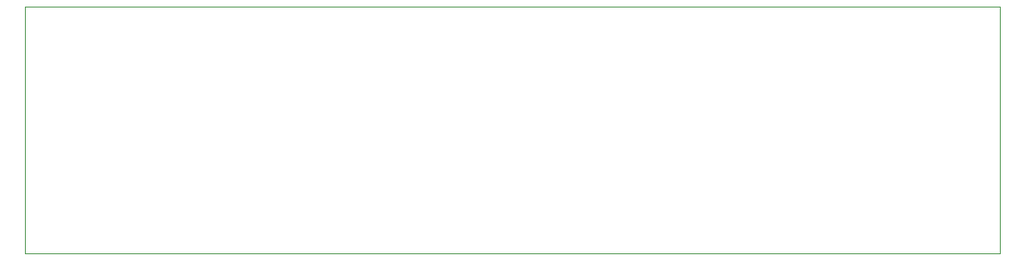
<source format=gbr>
%TF.GenerationSoftware,KiCad,Pcbnew,8.0.2-1*%
%TF.CreationDate,2024-09-17T16:57:38-04:00*%
%TF.ProjectId,Dummy Board,44756d6d-7920-4426-9f61-72642e6b6963,rev?*%
%TF.SameCoordinates,Original*%
%TF.FileFunction,Profile,NP*%
%FSLAX46Y46*%
G04 Gerber Fmt 4.6, Leading zero omitted, Abs format (unit mm)*
G04 Created by KiCad (PCBNEW 8.0.2-1) date 2024-09-17 16:57:38*
%MOMM*%
%LPD*%
G01*
G04 APERTURE LIST*
%TA.AperFunction,Profile*%
%ADD10C,0.050000*%
%TD*%
G04 APERTURE END LIST*
D10*
X124800000Y-89200000D02*
X224031156Y-89200000D01*
X224031156Y-114368844D01*
X124800000Y-114368844D01*
X124800000Y-89200000D01*
M02*

</source>
